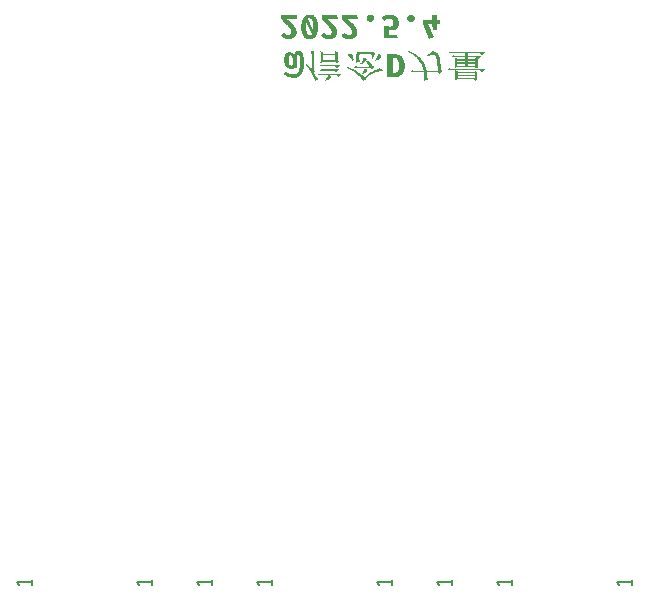
<source format=gbo>
G04*
G04 #@! TF.GenerationSoftware,Altium Limited,Altium Designer,21.3.2 (30)*
G04*
G04 Layer_Color=32896*
%FSLAX25Y25*%
%MOIN*%
G70*
G04*
G04 #@! TF.SameCoordinates,2023AB48-87E7-4F87-960C-B21D90223C06*
G04*
G04*
G04 #@! TF.FilePolarity,Positive*
G04*
G01*
G75*
%ADD16C,0.00800*%
G36*
X159550Y35987D02*
X159662Y35975D01*
X159775Y35950D01*
X159862Y35912D01*
X159938Y35875D01*
X160000Y35850D01*
X160038Y35838D01*
X160050Y35825D01*
X160162Y35763D01*
X160250Y35688D01*
X160325Y35612D01*
X160400Y35537D01*
X160450Y35475D01*
X160487Y35425D01*
X160500Y35388D01*
X160512Y35375D01*
X160575Y35263D01*
X160612Y35150D01*
X160650Y35050D01*
X160662Y34950D01*
X160675Y34875D01*
X160687Y34813D01*
Y34762D01*
Y34750D01*
X160675Y34625D01*
X160662Y34512D01*
X160637Y34413D01*
X160600Y34325D01*
X160563Y34250D01*
X160538Y34187D01*
X160525Y34150D01*
X160512Y34137D01*
X160450Y34038D01*
X160375Y33937D01*
X160300Y33863D01*
X160225Y33800D01*
X160150Y33750D01*
X160100Y33713D01*
X160063Y33687D01*
X160050Y33675D01*
X159938Y33612D01*
X159837Y33575D01*
X159725Y33538D01*
X159625Y33525D01*
X159550Y33512D01*
X159487Y33500D01*
X159425D01*
X159300Y33512D01*
X159187Y33525D01*
X159075Y33550D01*
X158987Y33588D01*
X158913Y33625D01*
X158850Y33650D01*
X158812Y33663D01*
X158800Y33675D01*
X158613Y33825D01*
X158525Y33900D01*
X158463Y33975D01*
X158413Y34038D01*
X158375Y34087D01*
X158350Y34125D01*
X158337Y34137D01*
X158288Y34250D01*
X158250Y34350D01*
X158212Y34462D01*
X158200Y34550D01*
X158187Y34637D01*
X158175Y34700D01*
Y34738D01*
Y34750D01*
X158187Y34875D01*
X158200Y34988D01*
X158225Y35100D01*
X158263Y35188D01*
X158288Y35263D01*
X158312Y35325D01*
X158325Y35362D01*
X158337Y35375D01*
X158413Y35475D01*
X158487Y35563D01*
X158563Y35638D01*
X158637Y35713D01*
X158700Y35763D01*
X158750Y35800D01*
X158788Y35813D01*
X158800Y35825D01*
X158913Y35888D01*
X159025Y35925D01*
X159125Y35963D01*
X159225Y35975D01*
X159300Y35987D01*
X159362Y36000D01*
X159425D01*
X159550Y35987D01*
D02*
G37*
G36*
X146050D02*
X146162Y35975D01*
X146275Y35950D01*
X146362Y35912D01*
X146438Y35875D01*
X146500Y35850D01*
X146537Y35838D01*
X146550Y35825D01*
X146662Y35763D01*
X146750Y35688D01*
X146825Y35612D01*
X146900Y35537D01*
X146950Y35475D01*
X146987Y35425D01*
X147000Y35388D01*
X147012Y35375D01*
X147075Y35263D01*
X147113Y35150D01*
X147150Y35050D01*
X147162Y34950D01*
X147175Y34875D01*
X147187Y34813D01*
Y34762D01*
Y34750D01*
X147175Y34625D01*
X147162Y34512D01*
X147137Y34413D01*
X147100Y34325D01*
X147063Y34250D01*
X147037Y34187D01*
X147025Y34150D01*
X147012Y34137D01*
X146950Y34038D01*
X146875Y33937D01*
X146800Y33863D01*
X146725Y33800D01*
X146650Y33750D01*
X146600Y33713D01*
X146563Y33687D01*
X146550Y33675D01*
X146438Y33612D01*
X146337Y33575D01*
X146225Y33538D01*
X146125Y33525D01*
X146050Y33512D01*
X145987Y33500D01*
X145925D01*
X145800Y33512D01*
X145687Y33525D01*
X145575Y33550D01*
X145487Y33588D01*
X145413Y33625D01*
X145350Y33650D01*
X145312Y33663D01*
X145300Y33675D01*
X145113Y33825D01*
X145025Y33900D01*
X144963Y33975D01*
X144913Y34038D01*
X144875Y34087D01*
X144850Y34125D01*
X144837Y34137D01*
X144788Y34250D01*
X144750Y34350D01*
X144712Y34462D01*
X144700Y34550D01*
X144687Y34637D01*
X144675Y34700D01*
Y34738D01*
Y34750D01*
X144687Y34875D01*
X144700Y34988D01*
X144725Y35100D01*
X144763Y35188D01*
X144788Y35263D01*
X144813Y35325D01*
X144825Y35362D01*
X144837Y35375D01*
X144913Y35475D01*
X144987Y35563D01*
X145062Y35638D01*
X145138Y35713D01*
X145200Y35763D01*
X145250Y35800D01*
X145288Y35813D01*
X145300Y35825D01*
X145413Y35888D01*
X145525Y35925D01*
X145625Y35963D01*
X145725Y35975D01*
X145800Y35987D01*
X145862Y36000D01*
X145925D01*
X146050Y35987D01*
D02*
G37*
G36*
X152650D02*
X152950Y35950D01*
X153225Y35888D01*
X153463Y35825D01*
X153663Y35763D01*
X153737Y35725D01*
X153800Y35700D01*
X153850Y35688D01*
X153887Y35662D01*
X153912Y35650D01*
X153925D01*
X154175Y35513D01*
X154387Y35350D01*
X154575Y35188D01*
X154725Y35025D01*
X154850Y34887D01*
X154925Y34775D01*
X154988Y34700D01*
X155000Y34688D01*
Y34675D01*
X155125Y34438D01*
X155225Y34187D01*
X155288Y33950D01*
X155338Y33737D01*
X155362Y33550D01*
X155375Y33463D01*
X155387Y33400D01*
Y33338D01*
Y33300D01*
Y33275D01*
Y33263D01*
X155375Y32987D01*
X155338Y32737D01*
X155288Y32500D01*
X155237Y32313D01*
X155187Y32150D01*
X155138Y32025D01*
X155100Y31950D01*
X155087Y31938D01*
Y31925D01*
X154975Y31725D01*
X154838Y31538D01*
X154712Y31387D01*
X154587Y31262D01*
X154475Y31163D01*
X154387Y31100D01*
X154325Y31050D01*
X154300Y31038D01*
X154113Y30937D01*
X153925Y30863D01*
X153737Y30800D01*
X153562Y30762D01*
X153425Y30738D01*
X153300Y30725D01*
X153200D01*
X153000Y30738D01*
X152900Y30750D01*
X152813D01*
X152737Y30762D01*
X152675Y30775D01*
X152638Y30788D01*
X152625D01*
X152412Y30838D01*
X152313Y30875D01*
X152225Y30900D01*
X152150Y30937D01*
X152100Y30950D01*
X152062Y30975D01*
X152050D01*
Y29300D01*
X154900D01*
X155100Y28025D01*
X150350D01*
Y32212D01*
X151550D01*
X151725Y32125D01*
X151900Y32063D01*
X152050Y32025D01*
X152200Y31988D01*
X152325Y31975D01*
X152412Y31962D01*
X152500D01*
X152675Y31975D01*
X152838Y32013D01*
X152963Y32063D01*
X153075Y32125D01*
X153163Y32188D01*
X153225Y32237D01*
X153262Y32275D01*
X153275Y32287D01*
X153375Y32425D01*
X153437Y32575D01*
X153488Y32737D01*
X153525Y32900D01*
X153550Y33050D01*
X153562Y33175D01*
Y33225D01*
Y33263D01*
Y33275D01*
Y33288D01*
X153550Y33437D01*
X153537Y33562D01*
X153513Y33687D01*
X153475Y33788D01*
X153437Y33875D01*
X153412Y33950D01*
X153400Y33988D01*
X153387Y34000D01*
X153325Y34113D01*
X153250Y34212D01*
X153163Y34288D01*
X153087Y34363D01*
X153025Y34413D01*
X152963Y34450D01*
X152925Y34475D01*
X152912Y34488D01*
X152787Y34538D01*
X152663Y34575D01*
X152550Y34613D01*
X152437Y34625D01*
X152338Y34637D01*
X152262Y34650D01*
X152188D01*
X152038Y34637D01*
X151888Y34625D01*
X151762Y34587D01*
X151637Y34550D01*
X151538Y34525D01*
X151462Y34488D01*
X151412Y34475D01*
X151400Y34462D01*
X151275Y34387D01*
X151150Y34300D01*
X151038Y34200D01*
X150950Y34113D01*
X150875Y34038D01*
X150812Y33975D01*
X150775Y33925D01*
X150762Y33913D01*
X149750Y34850D01*
X149925Y35037D01*
X150112Y35212D01*
X150287Y35350D01*
X150462Y35475D01*
X150612Y35575D01*
X150738Y35638D01*
X150787Y35662D01*
X150825Y35688D01*
X150838Y35700D01*
X150850D01*
X151100Y35800D01*
X151363Y35875D01*
X151612Y35925D01*
X151838Y35963D01*
X152038Y35987D01*
X152112D01*
X152188Y36000D01*
X152325D01*
X152650Y35987D01*
D02*
G37*
G36*
X168250Y34187D02*
X169025D01*
Y32850D01*
X168250D01*
Y30975D01*
X166750D01*
X166537Y32850D01*
X165138D01*
X166988Y28387D01*
X165475Y27825D01*
X163312Y33000D01*
Y34187D01*
X166537D01*
X166550Y35813D01*
X168250D01*
Y34187D01*
D02*
G37*
G36*
X141775Y34462D02*
X138450D01*
X138675Y34262D01*
X138888Y34062D01*
X139075Y33887D01*
X139262Y33713D01*
X139425Y33550D01*
X139587Y33400D01*
X139725Y33263D01*
X139850Y33138D01*
X139962Y33025D01*
X140062Y32925D01*
X140150Y32838D01*
X140213Y32763D01*
X140262Y32713D01*
X140313Y32675D01*
X140325Y32650D01*
X140338Y32638D01*
X140575Y32362D01*
X140775Y32113D01*
X140937Y31888D01*
X141075Y31688D01*
X141175Y31525D01*
X141250Y31400D01*
X141275Y31363D01*
X141288Y31325D01*
X141300Y31313D01*
Y31300D01*
X141400Y31075D01*
X141475Y30850D01*
X141525Y30650D01*
X141562Y30450D01*
X141587Y30300D01*
X141600Y30175D01*
Y30125D01*
Y30088D01*
Y30075D01*
Y30062D01*
X141587Y29838D01*
X141550Y29625D01*
X141500Y29438D01*
X141450Y29275D01*
X141387Y29138D01*
X141338Y29037D01*
X141300Y28975D01*
X141288Y28950D01*
X141163Y28763D01*
X141013Y28613D01*
X140863Y28462D01*
X140712Y28350D01*
X140575Y28262D01*
X140463Y28188D01*
X140387Y28150D01*
X140375Y28137D01*
X140363D01*
X140125Y28038D01*
X139887Y27962D01*
X139637Y27900D01*
X139412Y27863D01*
X139213Y27837D01*
X139125D01*
X139050Y27825D01*
X138912D01*
X138587Y27837D01*
X138287Y27875D01*
X138025Y27937D01*
X137800Y28000D01*
X137612Y28062D01*
X137538Y28087D01*
X137475Y28125D01*
X137425Y28137D01*
X137388Y28163D01*
X137375Y28175D01*
X137363D01*
X137125Y28313D01*
X136913Y28475D01*
X136725Y28637D01*
X136563Y28800D01*
X136425Y28938D01*
X136337Y29063D01*
X136275Y29138D01*
X136250Y29150D01*
Y29162D01*
X137338Y29987D01*
X137450Y29838D01*
X137575Y29713D01*
X137675Y29612D01*
X137775Y29525D01*
X137850Y29463D01*
X137925Y29425D01*
X137962Y29400D01*
X137975Y29388D01*
X138100Y29325D01*
X138238Y29275D01*
X138363Y29250D01*
X138475Y29225D01*
X138587Y29212D01*
X138663Y29200D01*
X138737D01*
X138912Y29212D01*
X139075Y29237D01*
X139200Y29287D01*
X139313Y29337D01*
X139400Y29388D01*
X139462Y29438D01*
X139500Y29463D01*
X139513Y29475D01*
X139600Y29588D01*
X139675Y29700D01*
X139725Y29825D01*
X139750Y29950D01*
X139775Y30062D01*
X139787Y30150D01*
Y30200D01*
Y30225D01*
X139775Y30400D01*
X139737Y30575D01*
X139688Y30738D01*
X139637Y30887D01*
X139575Y31025D01*
X139525Y31125D01*
X139488Y31187D01*
X139475Y31212D01*
X139350Y31413D01*
X139188Y31637D01*
X139025Y31850D01*
X138863Y32050D01*
X138713Y32225D01*
X138587Y32362D01*
X138538Y32412D01*
X138500Y32450D01*
X138488Y32475D01*
X138475Y32487D01*
X138338Y32638D01*
X138188Y32787D01*
X137863Y33125D01*
X137513Y33475D01*
X137188Y33800D01*
X137025Y33963D01*
X136875Y34100D01*
X136750Y34238D01*
X136637Y34337D01*
X136538Y34438D01*
X136475Y34500D01*
X136425Y34550D01*
X136413Y34563D01*
Y35813D01*
X141587D01*
X141775Y34462D01*
D02*
G37*
G36*
X135025D02*
X131700D01*
X131925Y34262D01*
X132138Y34062D01*
X132325Y33887D01*
X132512Y33713D01*
X132675Y33550D01*
X132837Y33400D01*
X132975Y33263D01*
X133100Y33138D01*
X133212Y33025D01*
X133312Y32925D01*
X133400Y32838D01*
X133463Y32763D01*
X133512Y32713D01*
X133563Y32675D01*
X133575Y32650D01*
X133588Y32638D01*
X133825Y32362D01*
X134025Y32113D01*
X134187Y31888D01*
X134325Y31688D01*
X134425Y31525D01*
X134500Y31400D01*
X134525Y31363D01*
X134537Y31325D01*
X134550Y31313D01*
Y31300D01*
X134650Y31075D01*
X134725Y30850D01*
X134775Y30650D01*
X134812Y30450D01*
X134837Y30300D01*
X134850Y30175D01*
Y30125D01*
Y30088D01*
Y30075D01*
Y30062D01*
X134837Y29838D01*
X134800Y29625D01*
X134750Y29438D01*
X134700Y29275D01*
X134637Y29138D01*
X134588Y29037D01*
X134550Y28975D01*
X134537Y28950D01*
X134413Y28763D01*
X134263Y28613D01*
X134113Y28462D01*
X133963Y28350D01*
X133825Y28262D01*
X133712Y28188D01*
X133637Y28150D01*
X133625Y28137D01*
X133613D01*
X133375Y28038D01*
X133138Y27962D01*
X132887Y27900D01*
X132662Y27863D01*
X132463Y27837D01*
X132375D01*
X132300Y27825D01*
X132162D01*
X131837Y27837D01*
X131537Y27875D01*
X131275Y27937D01*
X131050Y28000D01*
X130862Y28062D01*
X130788Y28087D01*
X130725Y28125D01*
X130675Y28137D01*
X130638Y28163D01*
X130625Y28175D01*
X130613D01*
X130375Y28313D01*
X130163Y28475D01*
X129975Y28637D01*
X129813Y28800D01*
X129675Y28938D01*
X129587Y29063D01*
X129525Y29138D01*
X129500Y29150D01*
Y29162D01*
X130587Y29987D01*
X130700Y29838D01*
X130825Y29713D01*
X130925Y29612D01*
X131025Y29525D01*
X131100Y29463D01*
X131175Y29425D01*
X131212Y29400D01*
X131225Y29388D01*
X131350Y29325D01*
X131488Y29275D01*
X131613Y29250D01*
X131725Y29225D01*
X131837Y29212D01*
X131913Y29200D01*
X131988D01*
X132162Y29212D01*
X132325Y29237D01*
X132450Y29287D01*
X132562Y29337D01*
X132650Y29388D01*
X132712Y29438D01*
X132750Y29463D01*
X132763Y29475D01*
X132850Y29588D01*
X132925Y29700D01*
X132975Y29825D01*
X133000Y29950D01*
X133025Y30062D01*
X133037Y30150D01*
Y30200D01*
Y30225D01*
X133025Y30400D01*
X132987Y30575D01*
X132938Y30738D01*
X132887Y30887D01*
X132825Y31025D01*
X132775Y31125D01*
X132738Y31187D01*
X132725Y31212D01*
X132600Y31413D01*
X132438Y31637D01*
X132275Y31850D01*
X132113Y32050D01*
X131963Y32225D01*
X131837Y32362D01*
X131788Y32412D01*
X131750Y32450D01*
X131737Y32475D01*
X131725Y32487D01*
X131588Y32638D01*
X131438Y32787D01*
X131113Y33125D01*
X130763Y33475D01*
X130438Y33800D01*
X130275Y33963D01*
X130125Y34100D01*
X130000Y34238D01*
X129887Y34337D01*
X129788Y34438D01*
X129725Y34500D01*
X129675Y34550D01*
X129663Y34563D01*
Y35813D01*
X134837D01*
X135025Y34462D01*
D02*
G37*
G36*
X121525D02*
X118200D01*
X118425Y34262D01*
X118638Y34062D01*
X118825Y33887D01*
X119012Y33713D01*
X119175Y33550D01*
X119337Y33400D01*
X119475Y33263D01*
X119600Y33138D01*
X119712Y33025D01*
X119813Y32925D01*
X119900Y32838D01*
X119963Y32763D01*
X120012Y32713D01*
X120062Y32675D01*
X120075Y32650D01*
X120088Y32638D01*
X120325Y32362D01*
X120525Y32113D01*
X120687Y31888D01*
X120825Y31688D01*
X120925Y31525D01*
X121000Y31400D01*
X121025Y31363D01*
X121037Y31325D01*
X121050Y31313D01*
Y31300D01*
X121150Y31075D01*
X121225Y30850D01*
X121275Y30650D01*
X121312Y30450D01*
X121337Y30300D01*
X121350Y30175D01*
Y30125D01*
Y30088D01*
Y30075D01*
Y30062D01*
X121337Y29838D01*
X121300Y29625D01*
X121250Y29438D01*
X121200Y29275D01*
X121137Y29138D01*
X121088Y29037D01*
X121050Y28975D01*
X121037Y28950D01*
X120913Y28763D01*
X120763Y28613D01*
X120613Y28462D01*
X120463Y28350D01*
X120325Y28262D01*
X120212Y28188D01*
X120138Y28150D01*
X120125Y28137D01*
X120113D01*
X119875Y28038D01*
X119638Y27962D01*
X119387Y27900D01*
X119162Y27863D01*
X118963Y27837D01*
X118875D01*
X118800Y27825D01*
X118663D01*
X118338Y27837D01*
X118037Y27875D01*
X117775Y27937D01*
X117550Y28000D01*
X117362Y28062D01*
X117288Y28087D01*
X117225Y28125D01*
X117175Y28137D01*
X117138Y28163D01*
X117125Y28175D01*
X117113D01*
X116875Y28313D01*
X116663Y28475D01*
X116475Y28637D01*
X116313Y28800D01*
X116175Y28938D01*
X116087Y29063D01*
X116025Y29138D01*
X116000Y29150D01*
Y29162D01*
X117087Y29987D01*
X117200Y29838D01*
X117325Y29713D01*
X117425Y29612D01*
X117525Y29525D01*
X117600Y29463D01*
X117675Y29425D01*
X117712Y29400D01*
X117725Y29388D01*
X117850Y29325D01*
X117988Y29275D01*
X118113Y29250D01*
X118225Y29225D01*
X118338Y29212D01*
X118412Y29200D01*
X118488D01*
X118663Y29212D01*
X118825Y29237D01*
X118950Y29287D01*
X119062Y29337D01*
X119150Y29388D01*
X119212Y29438D01*
X119250Y29463D01*
X119263Y29475D01*
X119350Y29588D01*
X119425Y29700D01*
X119475Y29825D01*
X119500Y29950D01*
X119525Y30062D01*
X119537Y30150D01*
Y30200D01*
Y30225D01*
X119525Y30400D01*
X119488Y30575D01*
X119438Y30738D01*
X119387Y30887D01*
X119325Y31025D01*
X119275Y31125D01*
X119237Y31187D01*
X119225Y31212D01*
X119100Y31413D01*
X118938Y31637D01*
X118775Y31850D01*
X118613Y32050D01*
X118463Y32225D01*
X118338Y32362D01*
X118288Y32412D01*
X118250Y32450D01*
X118237Y32475D01*
X118225Y32487D01*
X118087Y32638D01*
X117938Y32787D01*
X117613Y33125D01*
X117262Y33475D01*
X116937Y33800D01*
X116775Y33963D01*
X116625Y34100D01*
X116500Y34238D01*
X116387Y34337D01*
X116288Y34438D01*
X116225Y34500D01*
X116175Y34550D01*
X116163Y34563D01*
Y35813D01*
X121337D01*
X121525Y34462D01*
D02*
G37*
G36*
X126013Y35975D02*
X126312Y35925D01*
X126575Y35850D01*
X126800Y35763D01*
X126975Y35675D01*
X127050Y35638D01*
X127112Y35600D01*
X127163Y35563D01*
X127200Y35550D01*
X127213Y35525D01*
X127225D01*
X127450Y35325D01*
X127638Y35100D01*
X127800Y34863D01*
X127937Y34637D01*
X128038Y34438D01*
X128087Y34350D01*
X128112Y34275D01*
X128138Y34212D01*
X128163Y34163D01*
X128175Y34137D01*
Y34125D01*
X128287Y33762D01*
X128363Y33388D01*
X128425Y33013D01*
X128463Y32662D01*
X128475Y32500D01*
X128488Y32362D01*
Y32225D01*
X128500Y32113D01*
Y32025D01*
Y31962D01*
Y31912D01*
Y31900D01*
X128488Y31438D01*
X128450Y31012D01*
X128425Y30825D01*
X128400Y30637D01*
X128363Y30475D01*
X128338Y30312D01*
X128313Y30175D01*
X128275Y30050D01*
X128250Y29950D01*
X128225Y29862D01*
X128200Y29787D01*
X128188Y29737D01*
X128175Y29713D01*
Y29700D01*
X128050Y29375D01*
X127900Y29100D01*
X127737Y28863D01*
X127587Y28662D01*
X127437Y28512D01*
X127325Y28400D01*
X127250Y28337D01*
X127237Y28313D01*
X127225D01*
X126975Y28150D01*
X126725Y28025D01*
X126462Y27937D01*
X126213Y27887D01*
X126000Y27850D01*
X125912Y27837D01*
X125825D01*
X125762Y27825D01*
X125675D01*
X125338Y27850D01*
X125038Y27900D01*
X124775Y27975D01*
X124550Y28062D01*
X124363Y28163D01*
X124287Y28200D01*
X124225Y28238D01*
X124175Y28262D01*
X124137Y28288D01*
X124125Y28313D01*
X124112D01*
X123888Y28512D01*
X123700Y28725D01*
X123538Y28962D01*
X123413Y29188D01*
X123312Y29388D01*
X123263Y29475D01*
X123238Y29550D01*
X123213Y29612D01*
X123187Y29662D01*
X123175Y29688D01*
Y29700D01*
X123075Y30050D01*
X123000Y30425D01*
X122938Y30800D01*
X122900Y31137D01*
X122888Y31300D01*
X122875Y31450D01*
Y31575D01*
X122863Y31688D01*
Y31775D01*
Y31837D01*
Y31888D01*
Y31900D01*
X122875Y32362D01*
X122913Y32800D01*
X122938Y32987D01*
X122962Y33175D01*
X122987Y33350D01*
X123025Y33500D01*
X123050Y33637D01*
X123075Y33762D01*
X123100Y33875D01*
X123125Y33963D01*
X123150Y34025D01*
X123162Y34087D01*
X123175Y34113D01*
Y34125D01*
X123300Y34450D01*
X123450Y34725D01*
X123612Y34962D01*
X123763Y35162D01*
X123913Y35325D01*
X124025Y35438D01*
X124100Y35500D01*
X124112Y35525D01*
X124125D01*
X124375Y35688D01*
X124637Y35800D01*
X124900Y35888D01*
X125137Y35938D01*
X125350Y35975D01*
X125450Y35987D01*
X125525D01*
X125587Y36000D01*
X125675D01*
X126013Y35975D01*
D02*
G37*
G36*
X172938Y23587D02*
X173150Y23562D01*
X173337Y23550D01*
X173512Y23538D01*
X184037Y23538D01*
X183050Y22488D01*
X182212Y23075D01*
X178375D01*
Y22287D01*
X182738D01*
X181800Y21313D01*
X181025Y21825D01*
X178375D01*
Y21113D01*
X180800D01*
Y21450D01*
X181750Y21162D01*
X181737Y21037D01*
Y20888D01*
X181725Y20738D01*
Y20562D01*
X181712Y20200D01*
Y19838D01*
X181700Y19662D01*
Y19500D01*
Y19350D01*
Y19225D01*
Y19113D01*
Y19038D01*
Y18975D01*
Y18962D01*
X182062Y18650D01*
X181150Y18075D01*
X180800Y18425D01*
X174863D01*
X174000Y18075D01*
X174012Y18413D01*
X174025Y18725D01*
X174038Y19025D01*
X174050Y19287D01*
Y19400D01*
Y19500D01*
Y19588D01*
Y19675D01*
Y19725D01*
Y19775D01*
Y19800D01*
Y19813D01*
Y20125D01*
X174038Y20425D01*
Y20725D01*
X174025Y21000D01*
Y21125D01*
X174012Y21225D01*
Y21325D01*
Y21413D01*
X174000Y21487D01*
Y21538D01*
Y21563D01*
Y21575D01*
X174950Y21338D01*
Y21113D01*
X177475D01*
Y21825D01*
X173063Y21825D01*
X173612Y22412D01*
X174075Y22337D01*
X174287Y22312D01*
X174475Y22300D01*
X174650Y22287D01*
X177475D01*
Y23075D01*
X171925Y23075D01*
X172475Y23663D01*
X172938Y23587D01*
D02*
G37*
G36*
X122213Y23937D02*
X122425Y23888D01*
X122613Y23800D01*
X122775Y23712D01*
X122888Y23625D01*
X122975Y23538D01*
X123038Y23487D01*
X123050Y23462D01*
X123187Y23262D01*
X123300Y23038D01*
X123388Y22800D01*
X123462Y22575D01*
X123525Y22363D01*
X123538Y22275D01*
X123563Y22200D01*
X123575Y22138D01*
Y22087D01*
X123588Y22062D01*
Y22050D01*
X123612Y21862D01*
X123637Y21675D01*
X123675Y21275D01*
X123700Y20863D01*
X123725Y20475D01*
Y20288D01*
Y20125D01*
X123738Y19975D01*
Y19850D01*
Y19750D01*
Y19662D01*
Y19613D01*
Y19600D01*
X123725Y19062D01*
X123713Y18812D01*
X123688Y18575D01*
X123662Y18362D01*
X123625Y18150D01*
X123600Y17963D01*
X123575Y17787D01*
X123538Y17625D01*
X123512Y17488D01*
X123475Y17375D01*
X123450Y17275D01*
X123438Y17188D01*
X123413Y17138D01*
X123400Y17100D01*
Y17087D01*
X123263Y16725D01*
X123088Y16412D01*
X122913Y16138D01*
X122725Y15913D01*
X122563Y15737D01*
X122487Y15663D01*
X122425Y15600D01*
X122375Y15563D01*
X122337Y15525D01*
X122312Y15500D01*
X122300D01*
X122150Y15400D01*
X121987Y15313D01*
X121650Y15163D01*
X121312Y15063D01*
X120975Y15000D01*
X120825Y14975D01*
X120687Y14950D01*
X120563Y14938D01*
X120450D01*
X120362Y14925D01*
X120238D01*
X119900Y14938D01*
X119575Y14975D01*
X119288Y15025D01*
X119037Y15075D01*
X118925Y15112D01*
X118825Y15137D01*
X118737Y15163D01*
X118663Y15188D01*
X118600Y15213D01*
X118562Y15225D01*
X118537Y15237D01*
X118525D01*
X118237Y15375D01*
X117963Y15525D01*
X117700Y15687D01*
X117475Y15850D01*
X117275Y16000D01*
X117200Y16062D01*
X117125Y16113D01*
X117075Y16162D01*
X117037Y16200D01*
X117013Y16213D01*
X117000Y16225D01*
X117687Y17050D01*
X117925Y16862D01*
X118150Y16700D01*
X118362Y16563D01*
X118550Y16463D01*
X118700Y16375D01*
X118825Y16325D01*
X118900Y16287D01*
X118912Y16275D01*
X118925D01*
X119150Y16187D01*
X119362Y16125D01*
X119575Y16087D01*
X119763Y16050D01*
X119913Y16037D01*
X120037Y16025D01*
X120138D01*
X120450Y16037D01*
X120725Y16087D01*
X120963Y16150D01*
X121150Y16225D01*
X121300Y16312D01*
X121413Y16375D01*
X121475Y16425D01*
X121500Y16438D01*
X121675Y16612D01*
X121812Y16800D01*
X121925Y17000D01*
X122025Y17200D01*
X122088Y17375D01*
X122137Y17513D01*
X122150Y17575D01*
X122162Y17613D01*
X122175Y17638D01*
Y17650D01*
X122238Y17963D01*
X122287Y18300D01*
X122325Y18638D01*
X122350Y18962D01*
X122362Y19113D01*
Y19250D01*
X122375Y19375D01*
Y19475D01*
Y19563D01*
Y19637D01*
Y19675D01*
Y19688D01*
Y19925D01*
Y20137D01*
Y20350D01*
Y20538D01*
Y20712D01*
X122362Y20875D01*
Y21012D01*
Y21137D01*
Y21262D01*
Y21350D01*
X122350Y21438D01*
Y21500D01*
Y21563D01*
Y21600D01*
Y21612D01*
Y21625D01*
X122337Y21850D01*
X122325Y22038D01*
X122300Y22200D01*
X122275Y22337D01*
X122263Y22437D01*
X122238Y22500D01*
X122225Y22550D01*
Y22562D01*
X122187Y22662D01*
X122137Y22738D01*
X122088Y22787D01*
X122037Y22825D01*
X121987Y22850D01*
X121950Y22862D01*
X121913D01*
X121825Y22850D01*
X121763Y22825D01*
X121650Y22738D01*
X121588Y22650D01*
X121563Y22625D01*
Y22613D01*
X121525Y22500D01*
X121500Y22375D01*
X121475Y22087D01*
X121463Y21962D01*
Y21850D01*
Y21775D01*
Y21763D01*
Y21750D01*
Y18375D01*
X121288Y18288D01*
X121125Y18213D01*
X120963Y18150D01*
X120825Y18100D01*
X120700Y18063D01*
X120600Y18037D01*
X120537Y18012D01*
X120512D01*
X120337Y17975D01*
X120162Y17937D01*
X120000Y17912D01*
X119862Y17900D01*
X119738Y17887D01*
X119575D01*
X119362Y17900D01*
X119150Y17925D01*
X118963Y17963D01*
X118788Y18012D01*
X118625Y18075D01*
X118475Y18137D01*
X118350Y18213D01*
X118225Y18288D01*
X118125Y18362D01*
X118025Y18438D01*
X117950Y18500D01*
X117887Y18563D01*
X117838Y18612D01*
X117800Y18650D01*
X117788Y18675D01*
X117775Y18688D01*
X117675Y18837D01*
X117575Y19013D01*
X117425Y19363D01*
X117325Y19737D01*
X117250Y20087D01*
X117225Y20250D01*
X117212Y20413D01*
X117188Y20550D01*
Y20662D01*
X117175Y20763D01*
Y20838D01*
Y20888D01*
Y20900D01*
X117200Y21313D01*
X117250Y21688D01*
X117275Y21850D01*
X117313Y22013D01*
X117350Y22150D01*
X117400Y22275D01*
X117438Y22388D01*
X117475Y22488D01*
X117513Y22575D01*
X117550Y22650D01*
X117575Y22700D01*
X117600Y22738D01*
X117613Y22762D01*
Y22775D01*
X117700Y22900D01*
X117800Y23000D01*
X117900Y23088D01*
X118012Y23175D01*
X118250Y23300D01*
X118475Y23375D01*
X118675Y23425D01*
X118763Y23438D01*
X118850Y23450D01*
X118912Y23462D01*
X119000D01*
X119200Y23450D01*
X119387Y23413D01*
X119550Y23375D01*
X119687Y23313D01*
X119813Y23262D01*
X119887Y23225D01*
X119950Y23188D01*
X119963Y23175D01*
X120100Y23063D01*
X120225Y22938D01*
X120337Y22813D01*
X120425Y22688D01*
X120487Y22588D01*
X120537Y22500D01*
X120563Y22450D01*
X120575Y22425D01*
X120613D01*
X120650Y22662D01*
X120712Y22875D01*
X120788Y23075D01*
X120850Y23225D01*
X120913Y23350D01*
X120975Y23450D01*
X121012Y23500D01*
X121025Y23525D01*
X121162Y23675D01*
X121312Y23775D01*
X121475Y23850D01*
X121625Y23912D01*
X121750Y23937D01*
X121862Y23950D01*
X121938Y23963D01*
X121962D01*
X122213Y23937D01*
D02*
G37*
G36*
X146388Y23613D02*
X146563Y23587D01*
X146725Y23538D01*
X146875Y23487D01*
X147012Y23413D01*
X147137Y23337D01*
X147250Y23262D01*
X147350Y23175D01*
X147512Y23012D01*
X147625Y22862D01*
X147662Y22813D01*
X147687Y22762D01*
X147713Y22738D01*
Y22725D01*
X147550Y22688D01*
X147413Y22637D01*
X147300Y22575D01*
X147213Y22500D01*
X147150Y22425D01*
X147113Y22375D01*
X147088Y22325D01*
X147075Y22312D01*
X147025Y22163D01*
X146987Y21987D01*
X146950Y21800D01*
X146925Y21625D01*
X146900Y21450D01*
X146888Y21325D01*
Y21275D01*
X146875Y21238D01*
Y21213D01*
Y21200D01*
X146400D01*
Y21450D01*
X146388Y21675D01*
Y21875D01*
X146375Y22050D01*
X146362Y22200D01*
Y22312D01*
X146350Y22375D01*
Y22400D01*
X146312Y22575D01*
X146250Y22700D01*
X146150Y22787D01*
X146050Y22850D01*
X145950Y22887D01*
X145875Y22900D01*
X145812Y22912D01*
X142825D01*
X142700Y22900D01*
X142600Y22887D01*
X142500Y22850D01*
X142425Y22813D01*
X142362Y22762D01*
X142313Y22713D01*
X142250Y22588D01*
X142225Y22463D01*
X142212Y22363D01*
Y22287D01*
Y22275D01*
Y22263D01*
Y20975D01*
X142737Y20513D01*
X141212Y19963D01*
X141225Y20150D01*
Y20362D01*
X141237Y20775D01*
X141250Y21200D01*
X141262Y21600D01*
Y21788D01*
Y21962D01*
Y22113D01*
Y22238D01*
Y22350D01*
Y22437D01*
Y22488D01*
Y22500D01*
Y22713D01*
X141288Y22887D01*
X141338Y23050D01*
X141400Y23188D01*
X141488Y23288D01*
X141587Y23388D01*
X141700Y23450D01*
X141813Y23513D01*
X141925Y23550D01*
X142025Y23587D01*
X142138Y23600D01*
X142225Y23613D01*
X142313Y23625D01*
X146200D01*
X146388Y23613D01*
D02*
G37*
G36*
X139300Y22838D02*
X139350Y22825D01*
X139375D01*
X139538Y22775D01*
X139688Y22713D01*
X139800Y22637D01*
X139900Y22550D01*
X139988Y22475D01*
X140038Y22412D01*
X140075Y22363D01*
X140087Y22350D01*
X140138Y22263D01*
X140175Y22163D01*
X140200Y22050D01*
X140225Y21913D01*
X140262Y21637D01*
X140287Y21338D01*
X140300Y21062D01*
Y20950D01*
X140287Y20838D01*
Y20750D01*
Y20687D01*
Y20638D01*
Y20625D01*
X139887Y20550D01*
X139825Y20738D01*
X139762Y20912D01*
X139688Y21075D01*
X139612Y21213D01*
X139550Y21350D01*
X139475Y21463D01*
X139412Y21563D01*
X139338Y21650D01*
X139225Y21800D01*
X139125Y21888D01*
X139062Y21950D01*
X139038Y21962D01*
X138863Y22075D01*
X138737Y22187D01*
X138637Y22275D01*
X138575Y22363D01*
X138538Y22425D01*
X138525Y22475D01*
X138513Y22500D01*
Y22512D01*
X138525Y22562D01*
X138550Y22613D01*
X138612Y22700D01*
X138688Y22762D01*
X138700Y22787D01*
X138713D01*
X138800Y22825D01*
X138900Y22850D01*
X139213D01*
X139300Y22838D01*
D02*
G37*
G36*
X148913Y22825D02*
X148975Y22813D01*
X149100Y22738D01*
X149150Y22713D01*
X149200Y22675D01*
X149225Y22662D01*
X149238Y22650D01*
X149312Y22575D01*
X149375Y22488D01*
X149425Y22400D01*
X149462Y22312D01*
X149475Y22238D01*
X149487Y22175D01*
X149500Y22138D01*
Y22125D01*
Y22000D01*
X149450Y21888D01*
X149388Y21763D01*
X149312Y21663D01*
X149238Y21575D01*
X149162Y21512D01*
X149125Y21463D01*
X149100Y21450D01*
X149012Y21375D01*
X148913Y21300D01*
X148675Y21150D01*
X148425Y20988D01*
X148175Y20850D01*
X147950Y20712D01*
X147850Y20662D01*
X147763Y20613D01*
X147687Y20562D01*
X147637Y20538D01*
X147600Y20513D01*
X147588D01*
X147337Y20738D01*
X147487Y20912D01*
X147625Y21075D01*
X147750Y21238D01*
X147850Y21387D01*
X148038Y21650D01*
X148175Y21875D01*
X148263Y22050D01*
X148300Y22125D01*
X148325Y22187D01*
X148350Y22238D01*
X148363Y22275D01*
X148375Y22287D01*
Y22300D01*
X148413Y22400D01*
X148450Y22475D01*
X148525Y22613D01*
X148612Y22700D01*
X148688Y22775D01*
X148750Y22813D01*
X148800Y22825D01*
X148837Y22838D01*
X148850D01*
X148913Y22825D01*
D02*
G37*
G36*
X130212Y23462D02*
Y22912D01*
X134238D01*
Y23700D01*
X135187Y23413D01*
X135162Y23188D01*
X135150Y23063D01*
Y22963D01*
X135137Y22862D01*
Y22787D01*
Y22738D01*
Y22725D01*
Y20775D01*
X135550Y20462D01*
X134713Y19838D01*
X134200Y20275D01*
X130125D01*
X129262Y19875D01*
X129275Y20275D01*
X129288Y20662D01*
X129300Y21012D01*
Y21175D01*
X129313Y21325D01*
Y21463D01*
Y21587D01*
Y21700D01*
Y21788D01*
Y21862D01*
Y21913D01*
Y21950D01*
Y21962D01*
Y22325D01*
X129300Y22662D01*
Y22963D01*
X129288Y23225D01*
Y23350D01*
X129275Y23450D01*
Y23538D01*
Y23613D01*
X129262Y23675D01*
Y23712D01*
Y23738D01*
Y23750D01*
X130212Y23462D01*
D02*
G37*
G36*
X144088Y21637D02*
X144200Y21600D01*
X144250Y21575D01*
X144288Y21563D01*
X144313Y21538D01*
X144325D01*
X144400Y21475D01*
X144463Y21413D01*
X144550Y21250D01*
X144588Y21175D01*
X144613Y21113D01*
X144625Y21075D01*
Y21062D01*
X144638Y21000D01*
Y20925D01*
X144600Y20800D01*
X144537Y20675D01*
X144463Y20562D01*
X144387Y20475D01*
X144313Y20400D01*
X144263Y20350D01*
X144237Y20337D01*
X144050Y20188D01*
X143825Y20038D01*
X143600Y19900D01*
X143387Y19775D01*
X143187Y19662D01*
X143100Y19613D01*
X143025Y19575D01*
X142963Y19537D01*
X142912Y19525D01*
X142887Y19500D01*
X142875D01*
X142613Y19675D01*
X142850Y19963D01*
X143037Y20225D01*
X143200Y20462D01*
X143313Y20662D01*
X143400Y20825D01*
X143463Y20950D01*
X143488Y21025D01*
X143500Y21037D01*
Y21050D01*
X143537Y21162D01*
X143575Y21250D01*
X143613Y21338D01*
X143650Y21400D01*
X143725Y21512D01*
X143800Y21587D01*
X143875Y21625D01*
X143925Y21650D01*
X143963Y21663D01*
X143975D01*
X144088Y21637D01*
D02*
G37*
G36*
X145613Y20337D02*
X145738Y20163D01*
X145862Y20000D01*
X145963Y19862D01*
X146063Y19725D01*
X146150Y19613D01*
X146225Y19512D01*
X146300Y19412D01*
X146413Y19275D01*
X146487Y19175D01*
X146537Y19113D01*
X146550Y19100D01*
X146687Y18975D01*
X146825Y18862D01*
X146987Y18788D01*
X147125Y18725D01*
X147263Y18688D01*
X147362Y18663D01*
X147438Y18650D01*
X147462D01*
X146400Y17738D01*
X145900Y18175D01*
X140375D01*
X140937Y18763D01*
X141400Y18688D01*
X141613Y18663D01*
X141800Y18650D01*
X141975Y18638D01*
X145825D01*
X145563Y18962D01*
X145312Y19275D01*
X145088Y19563D01*
X144887Y19825D01*
X144800Y19950D01*
X144725Y20050D01*
X144650Y20150D01*
X144600Y20225D01*
X144550Y20288D01*
X144512Y20337D01*
X144500Y20362D01*
X144488Y20375D01*
X145475Y20525D01*
X145613Y20337D01*
D02*
G37*
G36*
X129575Y19350D02*
X129800Y19312D01*
X130013Y19287D01*
X130212Y19275D01*
X130375Y19263D01*
X135713D01*
X134662Y18288D01*
X134000Y18800D01*
X128788D01*
X129338Y19387D01*
X129575Y19350D01*
D02*
G37*
G36*
X127200Y23763D02*
Y17575D01*
X127612Y17263D01*
X126988Y16925D01*
X127075Y16800D01*
X127175Y16650D01*
X127375Y16325D01*
X127587Y15975D01*
X127800Y15625D01*
X127887Y15475D01*
X127975Y15313D01*
X128062Y15175D01*
X128125Y15063D01*
X128188Y14963D01*
X128225Y14887D01*
X128250Y14838D01*
X128262Y14825D01*
X128700Y14537D01*
X127475Y13913D01*
X127437Y14050D01*
X127375Y14212D01*
X127313Y14400D01*
X127237Y14588D01*
X127075Y14975D01*
X126900Y15362D01*
X126813Y15550D01*
X126737Y15712D01*
X126663Y15875D01*
X126600Y16000D01*
X126538Y16113D01*
X126500Y16200D01*
X126475Y16250D01*
X126462Y16275D01*
X126300Y16588D01*
X126137Y16887D01*
X125775Y17475D01*
X125587Y17750D01*
X125412Y18012D01*
X125225Y18262D01*
X125063Y18500D01*
X124900Y18712D01*
X124750Y18900D01*
X124612Y19075D01*
X124500Y19212D01*
X124413Y19338D01*
X124337Y19412D01*
X124287Y19475D01*
X124275Y19488D01*
X124475Y19725D01*
X124850Y19425D01*
X125200Y19113D01*
X125513Y18800D01*
X125775Y18500D01*
X125888Y18362D01*
X126000Y18237D01*
X126087Y18125D01*
X126163Y18025D01*
X126225Y17950D01*
X126262Y17887D01*
X126287Y17850D01*
X126300Y17838D01*
Y22475D01*
Y22700D01*
X126287Y22950D01*
Y23200D01*
X126275Y23450D01*
X126262Y23663D01*
Y23763D01*
Y23837D01*
X126250Y23912D01*
Y23963D01*
Y23988D01*
Y24000D01*
X127200Y23763D01*
D02*
G37*
G36*
X158862Y23850D02*
X159250Y23687D01*
X159613Y23525D01*
X159950Y23362D01*
X160250Y23212D01*
X160538Y23063D01*
X160800Y22912D01*
X161025Y22775D01*
X161238Y22637D01*
X161413Y22525D01*
X161563Y22412D01*
X161688Y22325D01*
X161787Y22250D01*
X161863Y22200D01*
X161900Y22163D01*
X161913Y22150D01*
X162137Y21950D01*
X162338Y21750D01*
X162538Y21563D01*
X162713Y21362D01*
X162888Y21162D01*
X163038Y20988D01*
X163175Y20800D01*
X163300Y20638D01*
X163412Y20475D01*
X163500Y20337D01*
X163587Y20212D01*
X163650Y20100D01*
X163713Y20012D01*
X163750Y19950D01*
X163762Y19913D01*
X163775Y19900D01*
X164000Y19437D01*
X164200Y18975D01*
X164350Y18525D01*
X164425Y18313D01*
X164475Y18125D01*
X164525Y17937D01*
X164575Y17763D01*
X164612Y17625D01*
X164637Y17488D01*
X164663Y17388D01*
X164675Y17312D01*
X164688Y17263D01*
Y17250D01*
X168475D01*
X168438Y17613D01*
X168412Y17963D01*
X168375Y18288D01*
X168338Y18600D01*
X168313Y18900D01*
X168275Y19175D01*
X168250Y19437D01*
X168212Y19675D01*
X168187Y19900D01*
X168150Y20112D01*
X168125Y20312D01*
X168100Y20500D01*
X168062Y20662D01*
X168037Y20825D01*
X168012Y20963D01*
X167988Y21100D01*
X167938Y21325D01*
X167900Y21512D01*
X167862Y21663D01*
X167838Y21775D01*
X167813Y21850D01*
X167788Y21900D01*
X167775Y21925D01*
Y21937D01*
X167712Y22050D01*
X167638Y22163D01*
X167575Y22250D01*
X167500Y22325D01*
X167350Y22437D01*
X167212Y22500D01*
X167100Y22537D01*
X167000Y22562D01*
X166912D01*
X166800Y22550D01*
X166675Y22525D01*
X166537Y22500D01*
X166387Y22475D01*
X166075Y22412D01*
X165750Y22350D01*
X165600Y22325D01*
X165450Y22287D01*
X165325Y22263D01*
X165200Y22238D01*
X165112Y22212D01*
X165038Y22200D01*
X164988Y22187D01*
X164975D01*
X164900Y22588D01*
X165200Y22700D01*
X165463Y22813D01*
X165688Y22925D01*
X165875Y23038D01*
X166037Y23150D01*
X166163Y23250D01*
X166262Y23350D01*
X166350Y23438D01*
X166412Y23525D01*
X166450Y23600D01*
X166488Y23663D01*
X166500Y23712D01*
X166513Y23763D01*
Y23800D01*
Y23812D01*
Y23825D01*
X166725Y23787D01*
X166925Y23750D01*
X167113Y23700D01*
X167288Y23650D01*
X167438Y23600D01*
X167587Y23550D01*
X167712Y23487D01*
X167825Y23438D01*
X167912Y23388D01*
X168000Y23337D01*
X168075Y23288D01*
X168125Y23250D01*
X168175Y23225D01*
X168200Y23200D01*
X168225Y23175D01*
X168325Y23075D01*
X168412Y22975D01*
X168562Y22725D01*
X168700Y22475D01*
X168800Y22212D01*
X168887Y21975D01*
X168912Y21875D01*
X168938Y21788D01*
X168963Y21712D01*
X168975Y21663D01*
X168988Y21625D01*
Y21612D01*
X169037Y21387D01*
X169075Y21113D01*
X169125Y20812D01*
X169162Y20488D01*
X169200Y20150D01*
X169250Y19800D01*
X169288Y19450D01*
X169325Y19100D01*
X169350Y18763D01*
X169387Y18450D01*
X169413Y18162D01*
X169438Y17912D01*
Y17800D01*
X169450Y17700D01*
X169463Y17625D01*
Y17550D01*
X169475Y17488D01*
Y17450D01*
Y17425D01*
Y17413D01*
X170000Y17012D01*
X168938Y16312D01*
X168488Y16788D01*
X164762D01*
X164787Y16475D01*
X164813Y16138D01*
X164838Y15812D01*
X164863Y15487D01*
Y15350D01*
X164875Y15213D01*
X164887Y15100D01*
X164900Y15000D01*
Y14912D01*
X164912Y14850D01*
Y14812D01*
Y14800D01*
X165387Y14375D01*
X163812Y13837D01*
X163825Y14038D01*
Y14263D01*
Y14738D01*
Y15225D01*
X163812Y15700D01*
X163800Y15925D01*
X163787Y16125D01*
Y16312D01*
X163775Y16475D01*
Y16600D01*
X163762Y16700D01*
Y16762D01*
Y16788D01*
X159400D01*
X159950Y17375D01*
X160413Y17300D01*
X160625Y17275D01*
X160812Y17263D01*
X160987Y17250D01*
X163700D01*
X163625Y17613D01*
X163525Y17975D01*
X163412Y18338D01*
X163300Y18663D01*
X163250Y18812D01*
X163188Y18950D01*
X163137Y19062D01*
X163100Y19162D01*
X163063Y19250D01*
X163038Y19312D01*
X163025Y19350D01*
X163013Y19363D01*
X162900Y19575D01*
X162787Y19800D01*
X162525Y20212D01*
X162238Y20600D01*
X162100Y20787D01*
X161962Y20950D01*
X161825Y21113D01*
X161713Y21250D01*
X161600Y21375D01*
X161500Y21475D01*
X161425Y21563D01*
X161363Y21625D01*
X161325Y21663D01*
X161312Y21675D01*
X161088Y21888D01*
X160850Y22087D01*
X160363Y22463D01*
X159875Y22813D01*
X159637Y22963D01*
X159413Y23100D01*
X159187Y23225D01*
X158987Y23337D01*
X158812Y23438D01*
X158662Y23525D01*
X158537Y23587D01*
X158438Y23638D01*
X158387Y23663D01*
X158362Y23675D01*
X158450Y24000D01*
X158862Y23850D01*
D02*
G37*
G36*
X172487Y18012D02*
X172675Y17975D01*
X172850Y17950D01*
X173000Y17937D01*
X173112Y17925D01*
X184187Y17925D01*
X183200Y16900D01*
X182425Y17462D01*
X174150Y17462D01*
X175100Y17175D01*
Y16825D01*
X180638D01*
Y17250D01*
X181588Y16962D01*
X181575Y16850D01*
Y16713D01*
X181562Y16563D01*
Y16400D01*
X181550Y16050D01*
Y15712D01*
X181537Y15550D01*
Y15387D01*
Y15250D01*
Y15125D01*
Y15025D01*
Y14950D01*
Y14900D01*
Y14887D01*
X181900Y14575D01*
X180925Y14000D01*
X180587Y14388D01*
X175063D01*
X174150Y14087D01*
X174162Y14312D01*
X174175Y14562D01*
X174188Y14825D01*
X174200Y15075D01*
Y15313D01*
Y15413D01*
Y15487D01*
Y15563D01*
Y15612D01*
Y15650D01*
Y15663D01*
Y16025D01*
X174188Y16375D01*
Y16675D01*
X174175Y16938D01*
Y17063D01*
X174162Y17163D01*
Y17250D01*
Y17325D01*
X174150Y17388D01*
Y17425D01*
Y17450D01*
Y17462D01*
X171713D01*
X172263Y18050D01*
X172487Y18012D01*
D02*
G37*
G36*
X129675Y17800D02*
X129887Y17763D01*
X130075Y17738D01*
X130237Y17725D01*
X130375Y17713D01*
X135662D01*
X134613Y16725D01*
X133950Y17250D01*
X128900D01*
X129450Y17838D01*
X129675Y17800D01*
D02*
G37*
G36*
X144237Y17988D02*
X144337Y17950D01*
X144413Y17925D01*
X144425Y17912D01*
X144438D01*
X144562Y17825D01*
X144650Y17725D01*
X144700Y17650D01*
X144712Y17625D01*
Y17613D01*
X144775Y17475D01*
X144800Y17375D01*
X144813Y17325D01*
Y17300D01*
X144800Y17188D01*
X144750Y17087D01*
X144687Y16987D01*
X144625Y16887D01*
X144550Y16813D01*
X144488Y16750D01*
X144438Y16713D01*
X144425Y16700D01*
X144263Y16575D01*
X144088Y16463D01*
X143900Y16350D01*
X143712Y16238D01*
X143550Y16150D01*
X143412Y16075D01*
X143362Y16050D01*
X143325Y16025D01*
X143300Y16013D01*
X143288D01*
X143025Y16187D01*
X143212Y16450D01*
X143362Y16688D01*
X143475Y16900D01*
X143562Y17075D01*
X143625Y17225D01*
X143675Y17337D01*
X143687Y17413D01*
X143700Y17425D01*
Y17437D01*
X143725Y17537D01*
X143750Y17625D01*
X143825Y17763D01*
X143887Y17863D01*
X143963Y17925D01*
X144025Y17975D01*
X144075Y17988D01*
X144113Y18000D01*
X144125D01*
X144237Y17988D01*
D02*
G37*
G36*
X128975Y16250D02*
X129188Y16225D01*
X129375Y16213D01*
X129550Y16200D01*
X136337D01*
X135287Y15225D01*
X134625Y15737D01*
X132387D01*
X132525Y15663D01*
X132625Y15587D01*
X132700Y15500D01*
X132750Y15425D01*
X132775Y15350D01*
X132800Y15300D01*
Y15262D01*
Y15250D01*
X132788Y15188D01*
X132763Y15112D01*
X132712Y15037D01*
X132662Y14963D01*
X132613Y14900D01*
X132562Y14850D01*
X132537Y14812D01*
X132525Y14800D01*
X132463Y14738D01*
X132387Y14675D01*
X132288Y14613D01*
X132187Y14537D01*
X131963Y14400D01*
X131712Y14263D01*
X131488Y14150D01*
X131387Y14100D01*
X131300Y14050D01*
X131225Y14013D01*
X131163Y13987D01*
X131125Y13962D01*
X131113D01*
X130862Y14200D01*
X131025Y14363D01*
X131150Y14525D01*
X131275Y14675D01*
X131375Y14812D01*
X131463Y14950D01*
X131537Y15075D01*
X131588Y15188D01*
X131638Y15300D01*
X131700Y15487D01*
X131725Y15563D01*
X131737Y15625D01*
X131750Y15675D01*
Y15712D01*
Y15725D01*
Y15737D01*
X127963D01*
X128513Y16325D01*
X128975Y16250D01*
D02*
G37*
G36*
X153875Y22900D02*
X154163Y22875D01*
X154437Y22838D01*
X154700Y22775D01*
X154938Y22713D01*
X155163Y22637D01*
X155375Y22562D01*
X155562Y22475D01*
X155725Y22400D01*
X155875Y22325D01*
X156000Y22250D01*
X156100Y22187D01*
X156175Y22125D01*
X156237Y22087D01*
X156275Y22062D01*
X156288Y22050D01*
X156475Y21875D01*
X156638Y21663D01*
X156775Y21438D01*
X156900Y21200D01*
X157000Y20950D01*
X157088Y20700D01*
X157150Y20437D01*
X157212Y20188D01*
X157250Y19950D01*
X157288Y19725D01*
X157300Y19525D01*
X157325Y19338D01*
Y19200D01*
X157337Y19087D01*
Y19013D01*
Y18988D01*
Y18712D01*
X157313Y18450D01*
X157288Y18200D01*
X157250Y17975D01*
X157212Y17763D01*
X157162Y17562D01*
X157125Y17388D01*
X157075Y17225D01*
X157025Y17087D01*
X156975Y16962D01*
X156925Y16850D01*
X156887Y16762D01*
X156850Y16700D01*
X156825Y16650D01*
X156813Y16625D01*
X156800Y16612D01*
X156700Y16463D01*
X156588Y16312D01*
X156362Y16075D01*
X156125Y15875D01*
X155912Y15712D01*
X155712Y15587D01*
X155625Y15550D01*
X155550Y15513D01*
X155500Y15487D01*
X155450Y15462D01*
X155425Y15450D01*
X155412D01*
X155087Y15337D01*
X154750Y15262D01*
X154412Y15200D01*
X154113Y15163D01*
X153963Y15150D01*
X153838Y15137D01*
X153725D01*
X153625Y15125D01*
X151462D01*
Y22912D01*
X153562D01*
X153875Y22900D01*
D02*
G37*
G36*
X138587Y18512D02*
X139200Y18275D01*
X139787Y18000D01*
X140350Y17725D01*
X140875Y17425D01*
X141375Y17112D01*
X141838Y16813D01*
X142262Y16512D01*
X142650Y16225D01*
X143000Y15950D01*
X143300Y15700D01*
X143425Y15587D01*
X143550Y15487D01*
X143650Y15400D01*
X143750Y15313D01*
X143825Y15237D01*
X143887Y15175D01*
X143950Y15125D01*
X143988Y15088D01*
X144000Y15075D01*
X144012Y15063D01*
X144362Y15425D01*
X144738Y15775D01*
X145138Y16100D01*
X145563Y16400D01*
X145987Y16675D01*
X146413Y16938D01*
X146825Y17175D01*
X147238Y17388D01*
X147625Y17575D01*
X147975Y17738D01*
X148300Y17887D01*
X148588Y18000D01*
X148713Y18050D01*
X148812Y18088D01*
X148913Y18125D01*
X148987Y18162D01*
X149050Y18188D01*
X149100Y18200D01*
X149125Y18213D01*
X149137D01*
X149175Y18125D01*
X149213Y18050D01*
X149287Y17975D01*
X149363Y17912D01*
X149538Y17800D01*
X149738Y17713D01*
X149937Y17650D01*
X150025Y17625D01*
X150100Y17613D01*
X150162Y17587D01*
X150225D01*
X150250Y17575D01*
X150262D01*
Y17212D01*
X149850Y17175D01*
X149450Y17125D01*
X149063Y17063D01*
X148888Y17025D01*
X148713Y16987D01*
X148563Y16962D01*
X148413Y16925D01*
X148287Y16900D01*
X148187Y16862D01*
X148100Y16850D01*
X148025Y16825D01*
X147987Y16813D01*
X147975D01*
X147538Y16675D01*
X147125Y16512D01*
X146750Y16350D01*
X146575Y16262D01*
X146413Y16187D01*
X146263Y16113D01*
X146137Y16050D01*
X146025Y15988D01*
X145925Y15925D01*
X145850Y15888D01*
X145800Y15850D01*
X145763Y15837D01*
X145750Y15825D01*
X145563Y15712D01*
X145400Y15600D01*
X145238Y15500D01*
X145100Y15400D01*
X144963Y15313D01*
X144850Y15237D01*
X144750Y15163D01*
X144662Y15100D01*
X144512Y15000D01*
X144413Y14925D01*
X144362Y14875D01*
X144337Y14863D01*
X144813Y14588D01*
X143562Y13875D01*
X143450Y14050D01*
X143325Y14238D01*
X143187Y14425D01*
X143037Y14625D01*
X142700Y15000D01*
X142362Y15350D01*
X142200Y15513D01*
X142050Y15663D01*
X141912Y15788D01*
X141788Y15900D01*
X141688Y16000D01*
X141613Y16062D01*
X141562Y16113D01*
X141550Y16125D01*
X141262Y16363D01*
X140963Y16600D01*
X140338Y17038D01*
X140013Y17250D01*
X139700Y17437D01*
X139400Y17613D01*
X139112Y17775D01*
X138838Y17925D01*
X138587Y18063D01*
X138363Y18175D01*
X138163Y18275D01*
X138013Y18350D01*
X137888Y18400D01*
X137812Y18438D01*
X137800Y18450D01*
X137787D01*
X137962Y18725D01*
X138587Y18512D01*
D02*
G37*
%LPC*%
G36*
X125738Y34725D02*
X125675D01*
X125513Y34712D01*
X125388Y34700D01*
X125338D01*
X125312Y34688D01*
X125275D01*
X125162Y34637D01*
X125075Y34587D01*
X125013Y34538D01*
X124987Y34525D01*
X126787Y30812D01*
X126800Y31200D01*
X126813Y31387D01*
Y31550D01*
Y31700D01*
Y31800D01*
Y31875D01*
Y31888D01*
Y31900D01*
Y32275D01*
X126787Y32600D01*
X126775Y32888D01*
X126750Y33125D01*
X126737Y33237D01*
X126725Y33325D01*
X126713Y33400D01*
Y33463D01*
X126700Y33512D01*
X126688Y33550D01*
Y33562D01*
Y33575D01*
X126637Y33788D01*
X126587Y33975D01*
X126525Y34125D01*
X126462Y34250D01*
X126412Y34337D01*
X126363Y34413D01*
X126338Y34450D01*
X126325Y34462D01*
X126225Y34550D01*
X126125Y34613D01*
X126013Y34663D01*
X125912Y34688D01*
X125812Y34712D01*
X125738Y34725D01*
D02*
G37*
G36*
X124600Y33463D02*
X124575Y33225D01*
X124563Y32975D01*
X124550Y32713D01*
Y32462D01*
X124538Y32237D01*
Y32138D01*
Y32063D01*
Y31988D01*
Y31938D01*
Y31912D01*
Y31900D01*
Y31538D01*
X124550Y31225D01*
X124575Y30950D01*
X124600Y30713D01*
X124612Y30538D01*
X124625Y30463D01*
X124637Y30400D01*
Y30350D01*
X124650Y30312D01*
Y30300D01*
Y30288D01*
X124700Y30075D01*
X124762Y29888D01*
X124825Y29737D01*
X124888Y29612D01*
X124937Y29525D01*
X124987Y29450D01*
X125013Y29412D01*
X125025Y29400D01*
X125125Y29300D01*
X125238Y29237D01*
X125338Y29188D01*
X125450Y29150D01*
X125538Y29125D01*
X125612Y29112D01*
X125675D01*
X125875Y29125D01*
X125962Y29138D01*
X126038Y29150D01*
X126100Y29175D01*
X126137Y29188D01*
X126163Y29200D01*
X126175D01*
X126312Y29287D01*
X126412Y29388D01*
X126475Y29463D01*
X126500Y29487D01*
Y29500D01*
X124600Y33463D01*
D02*
G37*
G36*
X180800Y20650D02*
X178375D01*
Y20025D01*
X180800D01*
Y20650D01*
D02*
G37*
G36*
X177475D02*
X174950D01*
Y20025D01*
X177475D01*
Y20650D01*
D02*
G37*
G36*
X180800Y19563D02*
X178375D01*
Y18888D01*
X180800D01*
Y19563D01*
D02*
G37*
G36*
X177475D02*
X174950D01*
Y18888D01*
X177475D01*
Y19563D01*
D02*
G37*
G36*
X119362Y22363D02*
X119313D01*
X119237Y22350D01*
X119175Y22337D01*
X119075Y22287D01*
X119012Y22238D01*
X118988Y22212D01*
X118950Y22150D01*
X118912Y22075D01*
X118862Y21925D01*
X118850Y21862D01*
X118837Y21800D01*
X118825Y21763D01*
Y21750D01*
X118813Y21625D01*
X118800Y21487D01*
X118788Y21338D01*
Y21213D01*
X118775Y21088D01*
Y20988D01*
Y20925D01*
Y20900D01*
Y20638D01*
X118788Y20413D01*
X118800Y20225D01*
X118813Y20063D01*
Y19925D01*
X118825Y19838D01*
X118837Y19775D01*
Y19762D01*
X118875Y19613D01*
X118912Y19500D01*
X118950Y19400D01*
X118988Y19312D01*
X119025Y19250D01*
X119050Y19212D01*
X119062Y19187D01*
X119075Y19175D01*
X119138Y19113D01*
X119212Y19075D01*
X119362Y19025D01*
X119438Y19013D01*
X119488Y19000D01*
X119625D01*
X119687Y19013D01*
X119738Y19025D01*
X119750D01*
X119825Y19050D01*
X119900Y19075D01*
X119950Y19087D01*
X119963Y19100D01*
Y21563D01*
X119938Y21688D01*
X119913Y21813D01*
X119887Y21913D01*
X119850Y21987D01*
X119825Y22062D01*
X119800Y22113D01*
X119788Y22138D01*
X119775Y22150D01*
X119725Y22225D01*
X119650Y22275D01*
X119575Y22312D01*
X119500Y22337D01*
X119425Y22350D01*
X119362Y22363D01*
D02*
G37*
G36*
X134238Y22450D02*
X130212D01*
Y20738D01*
X134238D01*
Y22450D01*
D02*
G37*
G36*
X180638Y16363D02*
X175100D01*
Y15825D01*
X180638D01*
Y16363D01*
D02*
G37*
G36*
Y15362D02*
X175100D01*
Y14850D01*
X180638D01*
Y15362D01*
D02*
G37*
G36*
X153788Y21587D02*
X153313D01*
Y16463D01*
X153700D01*
X153900Y16475D01*
X154075Y16500D01*
X154225Y16525D01*
X154362Y16563D01*
X154463Y16612D01*
X154550Y16637D01*
X154600Y16662D01*
X154613Y16675D01*
X154750Y16762D01*
X154862Y16875D01*
X154963Y17000D01*
X155050Y17125D01*
X155113Y17250D01*
X155163Y17350D01*
X155187Y17413D01*
X155200Y17425D01*
Y17437D01*
X155275Y17662D01*
X155325Y17912D01*
X155375Y18175D01*
X155400Y18413D01*
X155412Y18638D01*
Y18737D01*
X155425Y18825D01*
Y18888D01*
Y18937D01*
Y18975D01*
Y18988D01*
X155412Y19338D01*
X155387Y19650D01*
X155362Y19913D01*
X155325Y20137D01*
X155275Y20312D01*
X155262Y20388D01*
X155250Y20450D01*
X155237Y20488D01*
X155225Y20525D01*
X155212Y20538D01*
Y20550D01*
X155125Y20750D01*
X155037Y20925D01*
X154938Y21062D01*
X154850Y21175D01*
X154762Y21262D01*
X154688Y21313D01*
X154638Y21350D01*
X154625Y21362D01*
X154475Y21438D01*
X154325Y21487D01*
X154163Y21538D01*
X154025Y21563D01*
X153900Y21575D01*
X153788Y21587D01*
D02*
G37*
%LPD*%
D16*
X93000Y-154000D02*
Y-152334D01*
Y-153167D01*
X88002D01*
X88835Y-154000D01*
X233000D02*
Y-152334D01*
Y-153167D01*
X228002D01*
X228835Y-154000D01*
X193000D02*
Y-152334D01*
Y-153167D01*
X188002D01*
X188835Y-154000D01*
X173000D02*
Y-152334D01*
Y-153167D01*
X168002D01*
X168835Y-154000D01*
X153000D02*
Y-152334D01*
Y-153167D01*
X148002D01*
X148835Y-154000D01*
X113000D02*
Y-152334D01*
Y-153167D01*
X108002D01*
X108835Y-154000D01*
X73000D02*
Y-152334D01*
Y-153167D01*
X68002D01*
X68835Y-154000D01*
X33000D02*
Y-152334D01*
Y-153167D01*
X28002D01*
X28835Y-154000D01*
M02*

</source>
